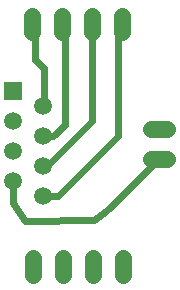
<source format=gbl>
G75*
%MOIN*%
%OFA0B0*%
%FSLAX25Y25*%
%IPPOS*%
%LPD*%
%AMOC8*
5,1,8,0,0,1.08239X$1,22.5*
%
%ADD10C,0.05600*%
%ADD11C,0.05937*%
%ADD12R,0.05937X0.05937*%
%ADD13C,0.02400*%
D10*
X0075613Y0008074D02*
X0075613Y0013674D01*
X0085613Y0013674D02*
X0085613Y0008074D01*
X0095613Y0008074D02*
X0095613Y0013674D01*
X0105613Y0013674D02*
X0105613Y0008074D01*
X0114742Y0046780D02*
X0120342Y0046780D01*
X0120342Y0056780D02*
X0114742Y0056780D01*
X0105219Y0088861D02*
X0105219Y0094461D01*
X0095219Y0094461D02*
X0095219Y0088861D01*
X0085219Y0088861D02*
X0085219Y0094461D01*
X0075219Y0094461D02*
X0075219Y0088861D01*
D11*
X0078920Y0064240D03*
X0068920Y0059240D03*
X0078920Y0054240D03*
X0068920Y0049240D03*
X0078920Y0044240D03*
X0068920Y0039240D03*
X0078920Y0034240D03*
D12*
X0068920Y0069240D03*
D13*
X0068920Y0032016D02*
X0072739Y0025835D01*
X0095967Y0026228D01*
X0099904Y0029142D01*
X0117542Y0046780D01*
X0103841Y0054181D02*
X0103841Y0090283D01*
X0105219Y0091661D01*
X0095219Y0091661D02*
X0095219Y0059339D01*
X0084156Y0048276D01*
X0080199Y0044339D01*
X0078920Y0044240D01*
X0068920Y0039240D02*
X0068920Y0032016D01*
X0078920Y0034240D02*
X0083900Y0034240D01*
X0103841Y0054181D01*
X0086124Y0058118D02*
X0086124Y0090756D01*
X0085219Y0091661D01*
X0076282Y0090598D02*
X0075219Y0091661D01*
X0076282Y0090598D02*
X0076282Y0079772D01*
X0079038Y0077016D01*
X0079038Y0064240D01*
X0078920Y0064240D01*
X0086124Y0058118D02*
X0082246Y0054240D01*
X0078920Y0054240D01*
M02*

</source>
